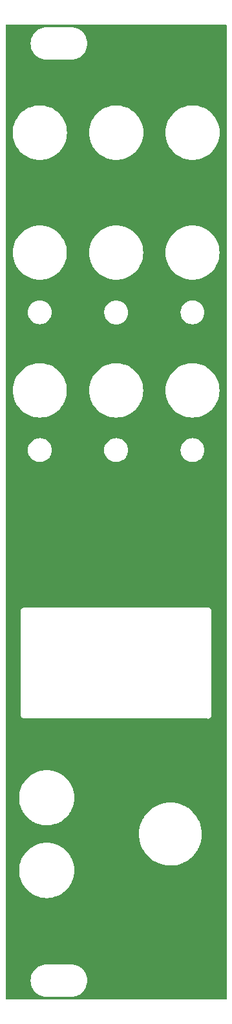
<source format=gbr>
%TF.GenerationSoftware,KiCad,Pcbnew,6.0.11-2627ca5db0~126~ubuntu22.04.1*%
%TF.CreationDate,2023-07-26T01:24:13+03:00*%
%TF.ProjectId,panel,70616e65-6c2e-46b6-9963-61645f706362,rev?*%
%TF.SameCoordinates,Original*%
%TF.FileFunction,Copper,L2,Bot*%
%TF.FilePolarity,Positive*%
%FSLAX46Y46*%
G04 Gerber Fmt 4.6, Leading zero omitted, Abs format (unit mm)*
G04 Created by KiCad (PCBNEW 6.0.11-2627ca5db0~126~ubuntu22.04.1) date 2023-07-26 01:24:13*
%MOMM*%
%LPD*%
G01*
G04 APERTURE LIST*
G04 APERTURE END LIST*
%TA.AperFunction,NonConductor*%
G36*
X89433621Y-32278502D02*
G01*
X89480114Y-32332158D01*
X89491500Y-32384500D01*
X89491500Y-159615500D01*
X89471498Y-159683621D01*
X89417842Y-159730114D01*
X89365500Y-159741500D01*
X60634500Y-159741500D01*
X60566379Y-159721498D01*
X60519886Y-159667842D01*
X60508500Y-159615500D01*
X60508500Y-157250000D01*
X63786976Y-157250000D01*
X63805053Y-157525805D01*
X63805855Y-157529838D01*
X63805856Y-157529844D01*
X63846968Y-157736523D01*
X63858976Y-157796891D01*
X63947820Y-158058619D01*
X63949643Y-158062315D01*
X63949646Y-158062323D01*
X64006698Y-158178012D01*
X64070068Y-158306512D01*
X64223625Y-158536328D01*
X64405866Y-158744134D01*
X64613672Y-158926375D01*
X64843488Y-159079932D01*
X64847189Y-159081757D01*
X65087677Y-159200354D01*
X65087685Y-159200357D01*
X65091381Y-159202180D01*
X65095295Y-159203509D01*
X65095296Y-159203509D01*
X65349196Y-159289696D01*
X65349200Y-159289697D01*
X65353109Y-159291024D01*
X65357153Y-159291828D01*
X65357159Y-159291830D01*
X65620156Y-159344144D01*
X65620162Y-159344145D01*
X65624195Y-159344947D01*
X65628300Y-159345216D01*
X65628307Y-159345217D01*
X65765896Y-159354234D01*
X65867697Y-159360907D01*
X65880352Y-159362382D01*
X65881904Y-159362643D01*
X65882656Y-159362770D01*
X65882658Y-159362770D01*
X65887448Y-159363576D01*
X65893724Y-159363653D01*
X65895140Y-159363670D01*
X65895143Y-159363670D01*
X65900000Y-159363729D01*
X65927624Y-159359773D01*
X65945486Y-159358500D01*
X69046750Y-159358500D01*
X69067655Y-159360246D01*
X69082656Y-159362770D01*
X69082659Y-159362770D01*
X69087448Y-159363576D01*
X69093687Y-159363652D01*
X69095140Y-159363670D01*
X69095143Y-159363670D01*
X69100000Y-159363729D01*
X69104819Y-159363039D01*
X69105338Y-159363005D01*
X69113905Y-159362113D01*
X69371693Y-159345217D01*
X69371700Y-159345216D01*
X69375805Y-159344947D01*
X69379838Y-159344145D01*
X69379844Y-159344144D01*
X69642841Y-159291830D01*
X69642847Y-159291828D01*
X69646891Y-159291024D01*
X69650800Y-159289697D01*
X69650804Y-159289696D01*
X69904704Y-159203509D01*
X69904705Y-159203509D01*
X69908619Y-159202180D01*
X69912315Y-159200357D01*
X69912323Y-159200354D01*
X70152811Y-159081757D01*
X70156512Y-159079932D01*
X70386328Y-158926375D01*
X70594134Y-158744134D01*
X70776375Y-158536328D01*
X70929932Y-158306512D01*
X70993302Y-158178012D01*
X71050354Y-158062323D01*
X71050357Y-158062315D01*
X71052180Y-158058619D01*
X71141024Y-157796891D01*
X71153032Y-157736523D01*
X71194144Y-157529844D01*
X71194145Y-157529838D01*
X71194947Y-157525805D01*
X71213024Y-157250000D01*
X71194947Y-156974195D01*
X71190393Y-156951297D01*
X71141830Y-156707159D01*
X71141828Y-156707153D01*
X71141024Y-156703109D01*
X71052180Y-156441381D01*
X71050357Y-156437685D01*
X71050354Y-156437677D01*
X70931757Y-156197189D01*
X70929932Y-156193488D01*
X70776375Y-155963672D01*
X70594134Y-155755866D01*
X70386328Y-155573625D01*
X70156512Y-155420068D01*
X70108143Y-155396215D01*
X69912323Y-155299646D01*
X69912315Y-155299643D01*
X69908619Y-155297820D01*
X69904704Y-155296491D01*
X69650804Y-155210304D01*
X69650800Y-155210303D01*
X69646891Y-155208976D01*
X69642847Y-155208172D01*
X69642841Y-155208170D01*
X69379844Y-155155856D01*
X69379838Y-155155855D01*
X69375805Y-155155053D01*
X69371700Y-155154784D01*
X69371693Y-155154783D01*
X69234104Y-155145766D01*
X69132303Y-155139093D01*
X69119648Y-155137618D01*
X69118096Y-155137357D01*
X69117344Y-155137230D01*
X69117342Y-155137230D01*
X69112552Y-155136424D01*
X69106276Y-155136348D01*
X69104860Y-155136330D01*
X69104857Y-155136330D01*
X69100000Y-155136271D01*
X69080288Y-155139094D01*
X69072376Y-155140227D01*
X69054514Y-155141500D01*
X65953250Y-155141500D01*
X65932345Y-155139754D01*
X65917344Y-155137230D01*
X65917341Y-155137230D01*
X65912552Y-155136424D01*
X65906313Y-155136348D01*
X65904860Y-155136330D01*
X65904857Y-155136330D01*
X65900000Y-155136271D01*
X65895181Y-155136961D01*
X65894662Y-155136995D01*
X65886095Y-155137887D01*
X65628307Y-155154783D01*
X65628300Y-155154784D01*
X65624195Y-155155053D01*
X65620162Y-155155855D01*
X65620156Y-155155856D01*
X65357159Y-155208170D01*
X65357153Y-155208172D01*
X65353109Y-155208976D01*
X65349200Y-155210303D01*
X65349196Y-155210304D01*
X65095296Y-155296491D01*
X65091381Y-155297820D01*
X65087685Y-155299643D01*
X65087677Y-155299646D01*
X64891857Y-155396215D01*
X64843488Y-155420068D01*
X64613672Y-155573625D01*
X64405866Y-155755866D01*
X64223625Y-155963672D01*
X64070068Y-156193488D01*
X64068243Y-156197189D01*
X63949646Y-156437677D01*
X63949643Y-156437685D01*
X63947820Y-156441381D01*
X63858976Y-156703109D01*
X63858172Y-156707153D01*
X63858170Y-156707159D01*
X63809608Y-156951297D01*
X63805053Y-156974195D01*
X63786976Y-157250000D01*
X60508500Y-157250000D01*
X60508500Y-142850000D01*
X62286548Y-142850000D01*
X62306343Y-143227709D01*
X62365511Y-143601279D01*
X62463403Y-143966618D01*
X62598947Y-144319723D01*
X62600445Y-144322663D01*
X62743857Y-144604124D01*
X62770659Y-144656726D01*
X62976656Y-144973934D01*
X63214682Y-145267871D01*
X63482129Y-145535318D01*
X63776066Y-145773344D01*
X64093274Y-145979341D01*
X64096208Y-145980836D01*
X64096215Y-145980840D01*
X64427337Y-146149555D01*
X64430277Y-146151053D01*
X64783382Y-146286597D01*
X65148721Y-146384489D01*
X65347158Y-146415918D01*
X65519043Y-146443143D01*
X65519051Y-146443144D01*
X65522291Y-146443657D01*
X65900000Y-146463452D01*
X66277709Y-146443657D01*
X66280949Y-146443144D01*
X66280957Y-146443143D01*
X66452842Y-146415918D01*
X66651279Y-146384489D01*
X67016618Y-146286597D01*
X67369723Y-146151053D01*
X67372663Y-146149555D01*
X67703785Y-145980840D01*
X67703792Y-145980836D01*
X67706726Y-145979341D01*
X68023934Y-145773344D01*
X68317871Y-145535318D01*
X68585318Y-145267871D01*
X68823344Y-144973934D01*
X69029341Y-144656726D01*
X69056144Y-144604124D01*
X69199555Y-144322663D01*
X69201053Y-144319723D01*
X69336597Y-143966618D01*
X69434489Y-143601279D01*
X69493657Y-143227709D01*
X69513452Y-142850000D01*
X69493657Y-142472291D01*
X69434489Y-142098721D01*
X69336597Y-141733382D01*
X69201053Y-141380277D01*
X69104521Y-141190822D01*
X69030840Y-141046215D01*
X69030836Y-141046208D01*
X69029341Y-141043274D01*
X68972097Y-140955125D01*
X68825146Y-140728841D01*
X68823344Y-140726066D01*
X68585318Y-140432129D01*
X68317871Y-140164682D01*
X68023934Y-139926656D01*
X67791688Y-139775834D01*
X67709495Y-139722457D01*
X67709492Y-139722455D01*
X67706726Y-139720659D01*
X67703792Y-139719164D01*
X67703785Y-139719160D01*
X67372663Y-139550445D01*
X67369723Y-139548947D01*
X67016618Y-139413403D01*
X66651279Y-139315511D01*
X66452842Y-139284082D01*
X66280957Y-139256857D01*
X66280949Y-139256856D01*
X66277709Y-139256343D01*
X65900000Y-139236548D01*
X65522291Y-139256343D01*
X65519051Y-139256856D01*
X65519043Y-139256857D01*
X65347158Y-139284082D01*
X65148721Y-139315511D01*
X64783382Y-139413403D01*
X64430277Y-139548947D01*
X64427337Y-139550445D01*
X64096215Y-139719160D01*
X64096208Y-139719164D01*
X64093274Y-139720659D01*
X64090508Y-139722455D01*
X64090505Y-139722457D01*
X64008312Y-139775834D01*
X63776066Y-139926656D01*
X63482129Y-140164682D01*
X63214682Y-140432129D01*
X62976656Y-140726066D01*
X62974854Y-140728841D01*
X62827904Y-140955125D01*
X62770659Y-141043274D01*
X62769164Y-141046208D01*
X62769160Y-141046215D01*
X62695479Y-141190822D01*
X62598947Y-141380277D01*
X62463403Y-141733382D01*
X62365511Y-142098721D01*
X62306343Y-142472291D01*
X62287970Y-142822862D01*
X62286548Y-142850000D01*
X60508500Y-142850000D01*
X60508500Y-138042567D01*
X77986946Y-138042567D01*
X77987054Y-138045657D01*
X77987444Y-138056836D01*
X77992894Y-138212896D01*
X78000971Y-138444205D01*
X78001377Y-138447249D01*
X78001378Y-138447259D01*
X78040807Y-138742759D01*
X78054123Y-138842557D01*
X78054823Y-138845541D01*
X78054824Y-138845547D01*
X78093708Y-139011330D01*
X78145893Y-139233822D01*
X78275406Y-139614264D01*
X78441426Y-139980252D01*
X78642367Y-140328292D01*
X78644156Y-140330790D01*
X78644158Y-140330794D01*
X78744628Y-140471128D01*
X78876312Y-140655063D01*
X78878339Y-140657378D01*
X78878341Y-140657381D01*
X79104201Y-140915379D01*
X79141028Y-140957446D01*
X79433988Y-141232554D01*
X79752395Y-141477760D01*
X79754998Y-141479387D01*
X79755003Y-141479390D01*
X79877408Y-141555877D01*
X80093211Y-141690726D01*
X80453182Y-141869417D01*
X80828872Y-142012128D01*
X81216696Y-142117497D01*
X81219739Y-142118012D01*
X81219745Y-142118013D01*
X81609910Y-142184005D01*
X81609917Y-142184006D01*
X81612951Y-142184519D01*
X81616022Y-142184734D01*
X81616024Y-142184734D01*
X82010788Y-142212339D01*
X82010796Y-142212339D01*
X82013854Y-142212553D01*
X82271972Y-142205343D01*
X82412506Y-142201418D01*
X82412509Y-142201418D01*
X82415580Y-142201332D01*
X82418633Y-142200946D01*
X82418637Y-142200946D01*
X82563780Y-142182610D01*
X82814294Y-142150962D01*
X82817298Y-142150280D01*
X82817301Y-142150279D01*
X83203194Y-142062607D01*
X83203200Y-142062605D01*
X83206190Y-142061926D01*
X83359189Y-142011030D01*
X83584602Y-141936045D01*
X83584608Y-141936043D01*
X83587526Y-141935072D01*
X83646907Y-141908634D01*
X83951864Y-141772859D01*
X83951870Y-141772856D01*
X83954664Y-141771612D01*
X84021961Y-141733382D01*
X84301426Y-141574624D01*
X84301434Y-141574619D01*
X84304099Y-141573105D01*
X84439260Y-141477760D01*
X84629965Y-141343233D01*
X84629973Y-141343227D01*
X84632496Y-141341447D01*
X84758650Y-141232554D01*
X84934381Y-141080866D01*
X84936719Y-141078848D01*
X84938840Y-141076621D01*
X84938846Y-141076615D01*
X85211748Y-140790039D01*
X85213865Y-140787816D01*
X85259942Y-140728841D01*
X85459379Y-140473573D01*
X85459381Y-140473570D01*
X85461289Y-140471128D01*
X85462945Y-140468518D01*
X85462951Y-140468510D01*
X85674974Y-140134415D01*
X85674978Y-140134408D01*
X85676628Y-140131808D01*
X85699173Y-140087178D01*
X85781168Y-139924854D01*
X85857828Y-139773093D01*
X85858935Y-139770239D01*
X85858939Y-139770230D01*
X86002044Y-139401284D01*
X86002047Y-139401274D01*
X86003159Y-139398408D01*
X86111233Y-139011330D01*
X86181019Y-138615553D01*
X86211851Y-138214854D01*
X86213455Y-138100000D01*
X86193823Y-137698597D01*
X86135115Y-137301026D01*
X86037891Y-136911081D01*
X86019414Y-136859190D01*
X85904111Y-136535383D01*
X85903079Y-136532484D01*
X85731965Y-136168850D01*
X85526184Y-135823649D01*
X85287699Y-135500176D01*
X85285643Y-135497893D01*
X85285636Y-135497884D01*
X85020856Y-135203816D01*
X85020848Y-135203808D01*
X85018787Y-135201519D01*
X84722015Y-134930528D01*
X84400215Y-134689791D01*
X84347735Y-134658008D01*
X84059087Y-134483196D01*
X84059078Y-134483191D01*
X84056459Y-134481605D01*
X83694028Y-134307957D01*
X83637450Y-134287364D01*
X83319278Y-134171559D01*
X83319277Y-134171559D01*
X83316382Y-134170505D01*
X83034063Y-134098018D01*
X82930109Y-134071327D01*
X82930106Y-134071326D01*
X82927125Y-134070561D01*
X82529973Y-134009079D01*
X82526916Y-134008908D01*
X82526915Y-134008908D01*
X82497383Y-134007257D01*
X82128717Y-133986645D01*
X82125639Y-133986774D01*
X82125635Y-133986774D01*
X81864918Y-133997701D01*
X81727187Y-134003474D01*
X81329215Y-134059406D01*
X80938601Y-134153905D01*
X80559073Y-134286071D01*
X80194253Y-134454641D01*
X79847623Y-134658008D01*
X79522493Y-134894228D01*
X79520203Y-134896261D01*
X79520197Y-134896266D01*
X79226835Y-135156726D01*
X79221966Y-135161049D01*
X78948911Y-135455922D01*
X78705933Y-135776034D01*
X78704322Y-135778652D01*
X78704319Y-135778657D01*
X78635077Y-135891208D01*
X78495352Y-136118328D01*
X78319178Y-136479538D01*
X78318107Y-136482419D01*
X78318104Y-136482425D01*
X78298409Y-136535383D01*
X78179093Y-136856215D01*
X78076434Y-137244765D01*
X78012180Y-137641478D01*
X78011987Y-137644551D01*
X78011986Y-137644557D01*
X78005013Y-137755394D01*
X77986946Y-138042567D01*
X60508500Y-138042567D01*
X60508500Y-133350000D01*
X62286548Y-133350000D01*
X62306343Y-133727709D01*
X62365511Y-134101279D01*
X62463403Y-134466618D01*
X62598947Y-134819723D01*
X62600445Y-134822663D01*
X62743857Y-135104124D01*
X62770659Y-135156726D01*
X62772455Y-135159492D01*
X62772457Y-135159495D01*
X62842112Y-135266754D01*
X62976656Y-135473934D01*
X63214682Y-135767871D01*
X63482129Y-136035318D01*
X63776066Y-136273344D01*
X64093274Y-136479341D01*
X64096208Y-136480836D01*
X64096215Y-136480840D01*
X64203262Y-136535383D01*
X64430277Y-136651053D01*
X64783382Y-136786597D01*
X65148721Y-136884489D01*
X65335569Y-136914083D01*
X65519043Y-136943143D01*
X65519051Y-136943144D01*
X65522291Y-136943657D01*
X65900000Y-136963452D01*
X66277709Y-136943657D01*
X66280949Y-136943144D01*
X66280957Y-136943143D01*
X66464431Y-136914083D01*
X66651279Y-136884489D01*
X67016618Y-136786597D01*
X67369723Y-136651053D01*
X67596738Y-136535383D01*
X67703785Y-136480840D01*
X67703792Y-136480836D01*
X67706726Y-136479341D01*
X68023934Y-136273344D01*
X68317871Y-136035318D01*
X68585318Y-135767871D01*
X68823344Y-135473934D01*
X68957888Y-135266754D01*
X69027543Y-135159495D01*
X69027545Y-135159492D01*
X69029341Y-135156726D01*
X69056144Y-135104124D01*
X69199555Y-134822663D01*
X69201053Y-134819723D01*
X69336597Y-134466618D01*
X69434489Y-134101279D01*
X69493657Y-133727709D01*
X69513452Y-133350000D01*
X69493657Y-132972291D01*
X69434489Y-132598721D01*
X69336597Y-132233382D01*
X69201053Y-131880277D01*
X69190657Y-131859874D01*
X69030840Y-131546215D01*
X69030836Y-131546208D01*
X69029341Y-131543274D01*
X68823344Y-131226066D01*
X68585318Y-130932129D01*
X68317871Y-130664682D01*
X68023934Y-130426656D01*
X67706726Y-130220659D01*
X67703792Y-130219164D01*
X67703785Y-130219160D01*
X67372663Y-130050445D01*
X67369723Y-130048947D01*
X67016618Y-129913403D01*
X66651279Y-129815511D01*
X66452842Y-129784082D01*
X66280957Y-129756857D01*
X66280949Y-129756856D01*
X66277709Y-129756343D01*
X65900000Y-129736548D01*
X65522291Y-129756343D01*
X65519051Y-129756856D01*
X65519043Y-129756857D01*
X65347158Y-129784082D01*
X65148721Y-129815511D01*
X64783382Y-129913403D01*
X64430277Y-130048947D01*
X64427337Y-130050445D01*
X64096215Y-130219160D01*
X64096208Y-130219164D01*
X64093274Y-130220659D01*
X63776066Y-130426656D01*
X63482129Y-130664682D01*
X63214682Y-130932129D01*
X62976656Y-131226066D01*
X62770659Y-131543274D01*
X62769164Y-131546208D01*
X62769160Y-131546215D01*
X62609343Y-131859874D01*
X62598947Y-131880277D01*
X62463403Y-132233382D01*
X62365511Y-132598721D01*
X62306343Y-132972291D01*
X62287970Y-133322862D01*
X62286548Y-133350000D01*
X60508500Y-133350000D01*
X60508500Y-122569721D01*
X62491024Y-122569721D01*
X62493491Y-122578352D01*
X62499150Y-122598153D01*
X62502728Y-122614915D01*
X62506920Y-122644187D01*
X62510634Y-122652355D01*
X62510634Y-122652356D01*
X62517548Y-122667562D01*
X62523996Y-122685086D01*
X62531051Y-122709771D01*
X62535843Y-122717365D01*
X62535844Y-122717368D01*
X62546830Y-122734780D01*
X62554969Y-122749863D01*
X62567208Y-122776782D01*
X62573069Y-122783584D01*
X62583970Y-122796235D01*
X62595073Y-122811239D01*
X62608776Y-122832958D01*
X62615501Y-122838897D01*
X62615504Y-122838901D01*
X62630938Y-122852532D01*
X62642982Y-122864724D01*
X62656427Y-122880327D01*
X62656430Y-122880329D01*
X62662287Y-122887127D01*
X62669816Y-122892007D01*
X62669817Y-122892008D01*
X62683835Y-122901094D01*
X62698709Y-122912385D01*
X62711217Y-122923431D01*
X62717951Y-122929378D01*
X62744711Y-122941942D01*
X62759691Y-122950263D01*
X62776983Y-122961471D01*
X62776988Y-122961473D01*
X62784515Y-122966352D01*
X62793108Y-122968922D01*
X62793113Y-122968924D01*
X62809120Y-122973711D01*
X62826564Y-122980372D01*
X62841676Y-122987467D01*
X62841678Y-122987468D01*
X62849800Y-122991281D01*
X62858667Y-122992662D01*
X62858668Y-122992662D01*
X62861353Y-122993080D01*
X62879017Y-122995830D01*
X62895732Y-122999613D01*
X62915466Y-123005515D01*
X62915472Y-123005516D01*
X62924066Y-123008086D01*
X62933037Y-123008141D01*
X62933038Y-123008141D01*
X62943097Y-123008202D01*
X62958506Y-123008296D01*
X62959289Y-123008329D01*
X62960386Y-123008500D01*
X62991377Y-123008500D01*
X62992147Y-123008502D01*
X63065785Y-123008952D01*
X63065786Y-123008952D01*
X63069721Y-123008976D01*
X63071065Y-123008592D01*
X63072410Y-123008500D01*
X86991377Y-123008500D01*
X86992148Y-123008502D01*
X87069721Y-123008976D01*
X87098152Y-123000850D01*
X87114915Y-122997272D01*
X87115753Y-122997152D01*
X87144187Y-122993080D01*
X87167564Y-122982451D01*
X87185087Y-122976004D01*
X87209771Y-122968949D01*
X87217365Y-122964157D01*
X87217368Y-122964156D01*
X87234780Y-122953170D01*
X87249865Y-122945030D01*
X87276782Y-122932792D01*
X87296235Y-122916030D01*
X87311239Y-122904927D01*
X87332958Y-122891224D01*
X87338897Y-122884499D01*
X87338901Y-122884496D01*
X87352532Y-122869062D01*
X87364724Y-122857018D01*
X87380327Y-122843573D01*
X87380329Y-122843570D01*
X87387127Y-122837713D01*
X87401094Y-122816165D01*
X87412385Y-122801291D01*
X87423431Y-122788783D01*
X87423432Y-122788782D01*
X87429378Y-122782049D01*
X87441943Y-122755287D01*
X87450263Y-122740309D01*
X87461471Y-122723017D01*
X87461473Y-122723012D01*
X87466352Y-122715485D01*
X87468922Y-122706892D01*
X87468924Y-122706887D01*
X87473711Y-122690880D01*
X87480372Y-122673436D01*
X87487467Y-122658324D01*
X87487468Y-122658322D01*
X87491281Y-122650200D01*
X87495830Y-122620983D01*
X87499613Y-122604268D01*
X87505515Y-122584534D01*
X87505516Y-122584528D01*
X87508086Y-122575934D01*
X87508296Y-122541494D01*
X87508329Y-122540711D01*
X87508500Y-122539614D01*
X87508500Y-122508623D01*
X87508502Y-122507853D01*
X87508952Y-122434215D01*
X87508952Y-122434214D01*
X87508976Y-122430279D01*
X87508592Y-122428935D01*
X87508500Y-122427590D01*
X87508500Y-109008623D01*
X87508502Y-109007853D01*
X87508800Y-108959102D01*
X87508976Y-108930279D01*
X87500850Y-108901847D01*
X87497272Y-108885085D01*
X87494352Y-108864698D01*
X87493080Y-108855813D01*
X87482451Y-108832436D01*
X87476004Y-108814913D01*
X87471416Y-108798862D01*
X87468949Y-108790229D01*
X87464156Y-108782632D01*
X87453170Y-108765220D01*
X87445030Y-108750135D01*
X87442564Y-108744711D01*
X87432792Y-108723218D01*
X87416030Y-108703765D01*
X87404927Y-108688761D01*
X87391224Y-108667042D01*
X87384499Y-108661103D01*
X87384496Y-108661099D01*
X87369062Y-108647468D01*
X87357018Y-108635276D01*
X87343573Y-108619673D01*
X87343570Y-108619671D01*
X87337713Y-108612873D01*
X87324009Y-108603990D01*
X87316165Y-108598906D01*
X87301291Y-108587615D01*
X87288783Y-108576569D01*
X87288782Y-108576568D01*
X87282049Y-108570622D01*
X87255287Y-108558057D01*
X87240309Y-108549737D01*
X87223017Y-108538529D01*
X87223012Y-108538527D01*
X87215485Y-108533648D01*
X87206892Y-108531078D01*
X87206887Y-108531076D01*
X87190880Y-108526289D01*
X87173436Y-108519628D01*
X87158324Y-108512533D01*
X87158322Y-108512532D01*
X87150200Y-108508719D01*
X87141333Y-108507338D01*
X87141332Y-108507338D01*
X87130478Y-108505648D01*
X87120983Y-108504170D01*
X87104268Y-108500387D01*
X87084534Y-108494485D01*
X87084528Y-108494484D01*
X87075934Y-108491914D01*
X87066963Y-108491859D01*
X87066962Y-108491859D01*
X87056903Y-108491798D01*
X87041494Y-108491704D01*
X87040711Y-108491671D01*
X87039614Y-108491500D01*
X87008623Y-108491500D01*
X87007853Y-108491498D01*
X86934215Y-108491048D01*
X86934214Y-108491048D01*
X86930279Y-108491024D01*
X86928935Y-108491408D01*
X86927590Y-108491500D01*
X63008623Y-108491500D01*
X63007853Y-108491498D01*
X63007037Y-108491493D01*
X62930279Y-108491024D01*
X62907918Y-108497415D01*
X62901847Y-108499150D01*
X62885085Y-108502728D01*
X62855813Y-108506920D01*
X62847645Y-108510634D01*
X62847644Y-108510634D01*
X62832438Y-108517548D01*
X62814914Y-108523996D01*
X62790229Y-108531051D01*
X62782635Y-108535843D01*
X62782632Y-108535844D01*
X62765220Y-108546830D01*
X62750137Y-108554969D01*
X62723218Y-108567208D01*
X62716416Y-108573069D01*
X62703765Y-108583970D01*
X62688761Y-108595073D01*
X62667042Y-108608776D01*
X62661103Y-108615501D01*
X62661099Y-108615504D01*
X62647468Y-108630938D01*
X62635276Y-108642982D01*
X62619673Y-108656427D01*
X62619671Y-108656430D01*
X62612873Y-108662287D01*
X62607993Y-108669816D01*
X62607992Y-108669817D01*
X62598906Y-108683835D01*
X62587615Y-108698709D01*
X62576569Y-108711217D01*
X62570622Y-108717951D01*
X62564312Y-108731391D01*
X62558058Y-108744711D01*
X62549737Y-108759691D01*
X62538529Y-108776983D01*
X62538527Y-108776988D01*
X62533648Y-108784515D01*
X62531078Y-108793108D01*
X62531076Y-108793113D01*
X62526289Y-108809120D01*
X62519628Y-108826564D01*
X62512533Y-108841676D01*
X62508719Y-108849800D01*
X62507338Y-108858667D01*
X62507338Y-108858668D01*
X62504170Y-108879015D01*
X62500387Y-108895732D01*
X62494485Y-108915466D01*
X62494484Y-108915472D01*
X62491914Y-108924066D01*
X62491859Y-108933037D01*
X62491859Y-108933038D01*
X62491704Y-108958497D01*
X62491671Y-108959289D01*
X62491500Y-108960386D01*
X62491500Y-108991377D01*
X62491498Y-108992147D01*
X62491024Y-109069721D01*
X62491408Y-109071065D01*
X62491500Y-109072410D01*
X62491500Y-122491377D01*
X62491498Y-122492147D01*
X62491024Y-122569721D01*
X60508500Y-122569721D01*
X60508500Y-87900000D01*
X63436681Y-87900000D01*
X63455928Y-88144557D01*
X63513195Y-88383092D01*
X63515088Y-88387663D01*
X63515089Y-88387665D01*
X63547136Y-88465033D01*
X63607073Y-88609732D01*
X63735248Y-88818896D01*
X63894567Y-89005433D01*
X64081104Y-89164752D01*
X64085327Y-89167340D01*
X64085330Y-89167342D01*
X64154515Y-89209738D01*
X64290268Y-89292927D01*
X64434967Y-89352864D01*
X64512335Y-89384911D01*
X64512337Y-89384912D01*
X64516908Y-89386805D01*
X64599563Y-89406649D01*
X64750630Y-89442917D01*
X64750636Y-89442918D01*
X64755443Y-89444072D01*
X65000000Y-89463319D01*
X65244557Y-89444072D01*
X65249364Y-89442918D01*
X65249370Y-89442917D01*
X65400437Y-89406649D01*
X65483092Y-89386805D01*
X65487663Y-89384912D01*
X65487665Y-89384911D01*
X65565033Y-89352864D01*
X65709732Y-89292927D01*
X65845485Y-89209738D01*
X65914670Y-89167342D01*
X65914673Y-89167340D01*
X65918896Y-89164752D01*
X66105433Y-89005433D01*
X66264752Y-88818896D01*
X66392927Y-88609732D01*
X66452864Y-88465033D01*
X66484911Y-88387665D01*
X66484912Y-88387663D01*
X66486805Y-88383092D01*
X66544072Y-88144557D01*
X66563319Y-87900000D01*
X73436681Y-87900000D01*
X73455928Y-88144557D01*
X73513195Y-88383092D01*
X73515088Y-88387663D01*
X73515089Y-88387665D01*
X73547136Y-88465033D01*
X73607073Y-88609732D01*
X73735248Y-88818896D01*
X73894567Y-89005433D01*
X74081104Y-89164752D01*
X74085327Y-89167340D01*
X74085330Y-89167342D01*
X74154515Y-89209738D01*
X74290268Y-89292927D01*
X74434967Y-89352864D01*
X74512335Y-89384911D01*
X74512337Y-89384912D01*
X74516908Y-89386805D01*
X74599563Y-89406649D01*
X74750630Y-89442917D01*
X74750636Y-89442918D01*
X74755443Y-89444072D01*
X75000000Y-89463319D01*
X75244557Y-89444072D01*
X75249364Y-89442918D01*
X75249370Y-89442917D01*
X75400437Y-89406649D01*
X75483092Y-89386805D01*
X75487663Y-89384912D01*
X75487665Y-89384911D01*
X75565033Y-89352864D01*
X75709732Y-89292927D01*
X75845485Y-89209738D01*
X75914670Y-89167342D01*
X75914673Y-89167340D01*
X75918896Y-89164752D01*
X76105433Y-89005433D01*
X76264752Y-88818896D01*
X76392927Y-88609732D01*
X76452864Y-88465033D01*
X76484911Y-88387665D01*
X76484912Y-88387663D01*
X76486805Y-88383092D01*
X76544072Y-88144557D01*
X76563319Y-87900000D01*
X83436681Y-87900000D01*
X83455928Y-88144557D01*
X83513195Y-88383092D01*
X83515088Y-88387663D01*
X83515089Y-88387665D01*
X83547136Y-88465033D01*
X83607073Y-88609732D01*
X83735248Y-88818896D01*
X83894567Y-89005433D01*
X84081104Y-89164752D01*
X84085327Y-89167340D01*
X84085330Y-89167342D01*
X84154515Y-89209738D01*
X84290268Y-89292927D01*
X84434967Y-89352864D01*
X84512335Y-89384911D01*
X84512337Y-89384912D01*
X84516908Y-89386805D01*
X84599563Y-89406649D01*
X84750630Y-89442917D01*
X84750636Y-89442918D01*
X84755443Y-89444072D01*
X85000000Y-89463319D01*
X85244557Y-89444072D01*
X85249364Y-89442918D01*
X85249370Y-89442917D01*
X85400437Y-89406649D01*
X85483092Y-89386805D01*
X85487663Y-89384912D01*
X85487665Y-89384911D01*
X85565033Y-89352864D01*
X85709732Y-89292927D01*
X85845485Y-89209738D01*
X85914670Y-89167342D01*
X85914673Y-89167340D01*
X85918896Y-89164752D01*
X86105433Y-89005433D01*
X86264752Y-88818896D01*
X86392927Y-88609732D01*
X86452864Y-88465033D01*
X86484911Y-88387665D01*
X86484912Y-88387663D01*
X86486805Y-88383092D01*
X86544072Y-88144557D01*
X86563319Y-87900000D01*
X86544072Y-87655443D01*
X86486805Y-87416908D01*
X86462612Y-87358500D01*
X86394820Y-87194839D01*
X86392927Y-87190268D01*
X86264752Y-86981104D01*
X86105433Y-86794567D01*
X85918896Y-86635248D01*
X85914673Y-86632660D01*
X85914670Y-86632658D01*
X85845485Y-86590262D01*
X85709732Y-86507073D01*
X85565033Y-86447136D01*
X85487665Y-86415089D01*
X85487663Y-86415088D01*
X85483092Y-86413195D01*
X85400437Y-86393351D01*
X85249370Y-86357083D01*
X85249364Y-86357082D01*
X85244557Y-86355928D01*
X85000000Y-86336681D01*
X84755443Y-86355928D01*
X84750636Y-86357082D01*
X84750630Y-86357083D01*
X84599563Y-86393351D01*
X84516908Y-86413195D01*
X84512337Y-86415088D01*
X84512335Y-86415089D01*
X84434967Y-86447136D01*
X84290268Y-86507073D01*
X84154515Y-86590262D01*
X84085330Y-86632658D01*
X84085327Y-86632660D01*
X84081104Y-86635248D01*
X83894567Y-86794567D01*
X83735248Y-86981104D01*
X83607073Y-87190268D01*
X83605180Y-87194839D01*
X83537389Y-87358500D01*
X83513195Y-87416908D01*
X83455928Y-87655443D01*
X83436681Y-87900000D01*
X76563319Y-87900000D01*
X76544072Y-87655443D01*
X76486805Y-87416908D01*
X76462612Y-87358500D01*
X76394820Y-87194839D01*
X76392927Y-87190268D01*
X76264752Y-86981104D01*
X76105433Y-86794567D01*
X75918896Y-86635248D01*
X75914673Y-86632660D01*
X75914670Y-86632658D01*
X75845485Y-86590262D01*
X75709732Y-86507073D01*
X75565033Y-86447136D01*
X75487665Y-86415089D01*
X75487663Y-86415088D01*
X75483092Y-86413195D01*
X75400437Y-86393351D01*
X75249370Y-86357083D01*
X75249364Y-86357082D01*
X75244557Y-86355928D01*
X75000000Y-86336681D01*
X74755443Y-86355928D01*
X74750636Y-86357082D01*
X74750630Y-86357083D01*
X74599563Y-86393351D01*
X74516908Y-86413195D01*
X74512337Y-86415088D01*
X74512335Y-86415089D01*
X74434967Y-86447136D01*
X74290268Y-86507073D01*
X74154515Y-86590262D01*
X74085330Y-86632658D01*
X74085327Y-86632660D01*
X74081104Y-86635248D01*
X73894567Y-86794567D01*
X73735248Y-86981104D01*
X73607073Y-87190268D01*
X73605180Y-87194839D01*
X73537389Y-87358500D01*
X73513195Y-87416908D01*
X73455928Y-87655443D01*
X73436681Y-87900000D01*
X66563319Y-87900000D01*
X66544072Y-87655443D01*
X66486805Y-87416908D01*
X66462612Y-87358500D01*
X66394820Y-87194839D01*
X66392927Y-87190268D01*
X66264752Y-86981104D01*
X66105433Y-86794567D01*
X65918896Y-86635248D01*
X65914673Y-86632660D01*
X65914670Y-86632658D01*
X65845485Y-86590262D01*
X65709732Y-86507073D01*
X65565033Y-86447136D01*
X65487665Y-86415089D01*
X65487663Y-86415088D01*
X65483092Y-86413195D01*
X65400437Y-86393351D01*
X65249370Y-86357083D01*
X65249364Y-86357082D01*
X65244557Y-86355928D01*
X65000000Y-86336681D01*
X64755443Y-86355928D01*
X64750636Y-86357082D01*
X64750630Y-86357083D01*
X64599563Y-86393351D01*
X64516908Y-86413195D01*
X64512337Y-86415088D01*
X64512335Y-86415089D01*
X64434967Y-86447136D01*
X64290268Y-86507073D01*
X64154515Y-86590262D01*
X64085330Y-86632658D01*
X64085327Y-86632660D01*
X64081104Y-86635248D01*
X63894567Y-86794567D01*
X63735248Y-86981104D01*
X63607073Y-87190268D01*
X63605180Y-87194839D01*
X63537389Y-87358500D01*
X63513195Y-87416908D01*
X63455928Y-87655443D01*
X63436681Y-87900000D01*
X60508500Y-87900000D01*
X60508500Y-80100000D01*
X61456644Y-80100000D01*
X61476055Y-80470382D01*
X61534075Y-80836705D01*
X61630068Y-81194957D01*
X61762983Y-81541213D01*
X61764481Y-81544153D01*
X61908134Y-81826086D01*
X61931364Y-81871678D01*
X62133365Y-82182732D01*
X62366773Y-82470968D01*
X62629032Y-82733227D01*
X62917268Y-82966635D01*
X63228322Y-83168636D01*
X63231254Y-83170130D01*
X63231261Y-83170134D01*
X63555847Y-83335519D01*
X63558787Y-83337017D01*
X63905043Y-83469932D01*
X64263295Y-83565925D01*
X64457917Y-83596750D01*
X64626370Y-83623431D01*
X64626378Y-83623432D01*
X64629618Y-83623945D01*
X65000000Y-83643356D01*
X65370382Y-83623945D01*
X65373622Y-83623432D01*
X65373630Y-83623431D01*
X65542083Y-83596750D01*
X65736705Y-83565925D01*
X66094957Y-83469932D01*
X66441213Y-83337017D01*
X66444153Y-83335519D01*
X66768739Y-83170134D01*
X66768746Y-83170130D01*
X66771678Y-83168636D01*
X67082732Y-82966635D01*
X67370968Y-82733227D01*
X67633227Y-82470968D01*
X67866635Y-82182732D01*
X68068636Y-81871678D01*
X68091867Y-81826086D01*
X68235519Y-81544153D01*
X68237017Y-81541213D01*
X68369932Y-81194957D01*
X68465925Y-80836705D01*
X68523945Y-80470382D01*
X68543356Y-80100000D01*
X71456644Y-80100000D01*
X71476055Y-80470382D01*
X71534075Y-80836705D01*
X71630068Y-81194957D01*
X71762983Y-81541213D01*
X71764481Y-81544153D01*
X71908134Y-81826086D01*
X71931364Y-81871678D01*
X72133365Y-82182732D01*
X72366773Y-82470968D01*
X72629032Y-82733227D01*
X72917268Y-82966635D01*
X73228322Y-83168636D01*
X73231254Y-83170130D01*
X73231261Y-83170134D01*
X73555847Y-83335519D01*
X73558787Y-83337017D01*
X73905043Y-83469932D01*
X74263295Y-83565925D01*
X74457917Y-83596750D01*
X74626370Y-83623431D01*
X74626378Y-83623432D01*
X74629618Y-83623945D01*
X75000000Y-83643356D01*
X75370382Y-83623945D01*
X75373622Y-83623432D01*
X75373630Y-83623431D01*
X75542083Y-83596750D01*
X75736705Y-83565925D01*
X76094957Y-83469932D01*
X76441213Y-83337017D01*
X76444153Y-83335519D01*
X76768739Y-83170134D01*
X76768746Y-83170130D01*
X76771678Y-83168636D01*
X77082732Y-82966635D01*
X77370968Y-82733227D01*
X77633227Y-82470968D01*
X77866635Y-82182732D01*
X78068636Y-81871678D01*
X78091867Y-81826086D01*
X78235519Y-81544153D01*
X78237017Y-81541213D01*
X78369932Y-81194957D01*
X78465925Y-80836705D01*
X78523945Y-80470382D01*
X78543356Y-80100000D01*
X81456644Y-80100000D01*
X81476055Y-80470382D01*
X81534075Y-80836705D01*
X81630068Y-81194957D01*
X81762983Y-81541213D01*
X81764481Y-81544153D01*
X81908134Y-81826086D01*
X81931364Y-81871678D01*
X82133365Y-82182732D01*
X82366773Y-82470968D01*
X82629032Y-82733227D01*
X82917268Y-82966635D01*
X83228322Y-83168636D01*
X83231254Y-83170130D01*
X83231261Y-83170134D01*
X83555847Y-83335519D01*
X83558787Y-83337017D01*
X83905043Y-83469932D01*
X84263295Y-83565925D01*
X84457917Y-83596750D01*
X84626370Y-83623431D01*
X84626378Y-83623432D01*
X84629618Y-83623945D01*
X85000000Y-83643356D01*
X85370382Y-83623945D01*
X85373622Y-83623432D01*
X85373630Y-83623431D01*
X85542083Y-83596750D01*
X85736705Y-83565925D01*
X86094957Y-83469932D01*
X86441213Y-83337017D01*
X86444153Y-83335519D01*
X86768739Y-83170134D01*
X86768746Y-83170130D01*
X86771678Y-83168636D01*
X87082732Y-82966635D01*
X87370968Y-82733227D01*
X87633227Y-82470968D01*
X87866635Y-82182732D01*
X88068636Y-81871678D01*
X88091867Y-81826086D01*
X88235519Y-81544153D01*
X88237017Y-81541213D01*
X88369932Y-81194957D01*
X88465925Y-80836705D01*
X88523945Y-80470382D01*
X88543356Y-80100000D01*
X88523945Y-79729618D01*
X88465925Y-79363295D01*
X88369932Y-79005043D01*
X88237017Y-78658787D01*
X88235519Y-78655847D01*
X88070134Y-78331261D01*
X88070130Y-78331254D01*
X88068636Y-78328322D01*
X87866635Y-78017268D01*
X87633227Y-77729032D01*
X87370968Y-77466773D01*
X87082732Y-77233365D01*
X86771678Y-77031364D01*
X86768746Y-77029870D01*
X86768739Y-77029866D01*
X86444153Y-76864481D01*
X86441213Y-76862983D01*
X86094957Y-76730068D01*
X85736705Y-76634075D01*
X85542083Y-76603250D01*
X85373630Y-76576569D01*
X85373622Y-76576568D01*
X85370382Y-76576055D01*
X85000000Y-76556644D01*
X84629618Y-76576055D01*
X84626378Y-76576568D01*
X84626370Y-76576569D01*
X84457917Y-76603250D01*
X84263295Y-76634075D01*
X83905043Y-76730068D01*
X83558787Y-76862983D01*
X83555847Y-76864481D01*
X83231261Y-77029866D01*
X83231254Y-77029870D01*
X83228322Y-77031364D01*
X82917268Y-77233365D01*
X82629032Y-77466773D01*
X82366773Y-77729032D01*
X82133365Y-78017268D01*
X81931364Y-78328322D01*
X81929870Y-78331254D01*
X81929866Y-78331261D01*
X81764481Y-78655847D01*
X81762983Y-78658787D01*
X81630068Y-79005043D01*
X81534075Y-79363295D01*
X81476055Y-79729618D01*
X81456644Y-80100000D01*
X78543356Y-80100000D01*
X78523945Y-79729618D01*
X78465925Y-79363295D01*
X78369932Y-79005043D01*
X78237017Y-78658787D01*
X78235519Y-78655847D01*
X78070134Y-78331261D01*
X78070130Y-78331254D01*
X78068636Y-78328322D01*
X77866635Y-78017268D01*
X77633227Y-77729032D01*
X77370968Y-77466773D01*
X77082732Y-77233365D01*
X76771678Y-77031364D01*
X76768746Y-77029870D01*
X76768739Y-77029866D01*
X76444153Y-76864481D01*
X76441213Y-76862983D01*
X76094957Y-76730068D01*
X75736705Y-76634075D01*
X75542083Y-76603250D01*
X75373630Y-76576569D01*
X75373622Y-76576568D01*
X75370382Y-76576055D01*
X75000000Y-76556644D01*
X74629618Y-76576055D01*
X74626378Y-76576568D01*
X74626370Y-76576569D01*
X74457917Y-76603250D01*
X74263295Y-76634075D01*
X73905043Y-76730068D01*
X73558787Y-76862983D01*
X73555847Y-76864481D01*
X73231261Y-77029866D01*
X73231254Y-77029870D01*
X73228322Y-77031364D01*
X72917268Y-77233365D01*
X72629032Y-77466773D01*
X72366773Y-77729032D01*
X72133365Y-78017268D01*
X71931364Y-78328322D01*
X71929870Y-78331254D01*
X71929866Y-78331261D01*
X71764481Y-78655847D01*
X71762983Y-78658787D01*
X71630068Y-79005043D01*
X71534075Y-79363295D01*
X71476055Y-79729618D01*
X71456644Y-80100000D01*
X68543356Y-80100000D01*
X68523945Y-79729618D01*
X68465925Y-79363295D01*
X68369932Y-79005043D01*
X68237017Y-78658787D01*
X68235519Y-78655847D01*
X68070134Y-78331261D01*
X68070130Y-78331254D01*
X68068636Y-78328322D01*
X67866635Y-78017268D01*
X67633227Y-77729032D01*
X67370968Y-77466773D01*
X67082732Y-77233365D01*
X66771678Y-77031364D01*
X66768746Y-77029870D01*
X66768739Y-77029866D01*
X66444153Y-76864481D01*
X66441213Y-76862983D01*
X66094957Y-76730068D01*
X65736705Y-76634075D01*
X65542083Y-76603250D01*
X65373630Y-76576569D01*
X65373622Y-76576568D01*
X65370382Y-76576055D01*
X65000000Y-76556644D01*
X64629618Y-76576055D01*
X64626378Y-76576568D01*
X64626370Y-76576569D01*
X64457917Y-76603250D01*
X64263295Y-76634075D01*
X63905043Y-76730068D01*
X63558787Y-76862983D01*
X63555847Y-76864481D01*
X63231261Y-77029866D01*
X63231254Y-77029870D01*
X63228322Y-77031364D01*
X62917268Y-77233365D01*
X62629032Y-77466773D01*
X62366773Y-77729032D01*
X62133365Y-78017268D01*
X61931364Y-78328322D01*
X61929870Y-78331254D01*
X61929866Y-78331261D01*
X61764481Y-78655847D01*
X61762983Y-78658787D01*
X61630068Y-79005043D01*
X61534075Y-79363295D01*
X61476055Y-79729618D01*
X61456644Y-80100000D01*
X60508500Y-80100000D01*
X60508500Y-69890000D01*
X63426681Y-69890000D01*
X63445928Y-70134557D01*
X63447082Y-70139364D01*
X63447083Y-70139370D01*
X63451885Y-70159370D01*
X63503195Y-70373092D01*
X63505088Y-70377663D01*
X63505089Y-70377665D01*
X63528030Y-70433049D01*
X63597073Y-70599732D01*
X63725248Y-70808896D01*
X63728463Y-70812660D01*
X63728465Y-70812663D01*
X63745547Y-70832663D01*
X63884567Y-70995433D01*
X64071104Y-71154752D01*
X64075327Y-71157340D01*
X64075330Y-71157342D01*
X64103741Y-71174752D01*
X64280268Y-71282927D01*
X64424967Y-71342864D01*
X64502335Y-71374911D01*
X64502337Y-71374912D01*
X64506908Y-71376805D01*
X64582325Y-71394911D01*
X64740630Y-71432917D01*
X64740636Y-71432918D01*
X64745443Y-71434072D01*
X64990000Y-71453319D01*
X65234557Y-71434072D01*
X65239364Y-71432918D01*
X65239370Y-71432917D01*
X65397675Y-71394911D01*
X65473092Y-71376805D01*
X65477663Y-71374912D01*
X65477665Y-71374911D01*
X65555033Y-71342864D01*
X65699732Y-71282927D01*
X65876259Y-71174752D01*
X65904670Y-71157342D01*
X65904673Y-71157340D01*
X65908896Y-71154752D01*
X66095433Y-70995433D01*
X66234453Y-70832663D01*
X66251535Y-70812663D01*
X66251537Y-70812660D01*
X66254752Y-70808896D01*
X66382927Y-70599732D01*
X66451970Y-70433049D01*
X66474911Y-70377665D01*
X66474912Y-70377663D01*
X66476805Y-70373092D01*
X66528115Y-70159370D01*
X66532917Y-70139370D01*
X66532918Y-70139364D01*
X66534072Y-70134557D01*
X66551745Y-69910000D01*
X73436681Y-69910000D01*
X73455928Y-70154557D01*
X73457082Y-70159364D01*
X73457083Y-70159370D01*
X73462216Y-70180750D01*
X73513195Y-70393092D01*
X73515088Y-70397663D01*
X73515089Y-70397665D01*
X73547136Y-70475033D01*
X73607073Y-70619732D01*
X73735248Y-70828896D01*
X73894567Y-71015433D01*
X73898323Y-71018641D01*
X74069396Y-71164752D01*
X74081104Y-71174752D01*
X74085327Y-71177340D01*
X74085330Y-71177342D01*
X74154515Y-71219738D01*
X74290268Y-71302927D01*
X74434967Y-71362864D01*
X74512335Y-71394911D01*
X74512337Y-71394912D01*
X74516908Y-71396805D01*
X74599563Y-71416649D01*
X74750630Y-71452917D01*
X74750636Y-71452918D01*
X74755443Y-71454072D01*
X75000000Y-71473319D01*
X75244557Y-71454072D01*
X75249364Y-71452918D01*
X75249370Y-71452917D01*
X75400437Y-71416649D01*
X75483092Y-71396805D01*
X75487663Y-71394912D01*
X75487665Y-71394911D01*
X75565033Y-71362864D01*
X75709732Y-71302927D01*
X75845485Y-71219738D01*
X75914670Y-71177342D01*
X75914673Y-71177340D01*
X75918896Y-71174752D01*
X75930605Y-71164752D01*
X76101677Y-71018641D01*
X76105433Y-71015433D01*
X76264752Y-70828896D01*
X76392927Y-70619732D01*
X76452864Y-70475033D01*
X76484911Y-70397665D01*
X76484912Y-70397663D01*
X76486805Y-70393092D01*
X76537784Y-70180750D01*
X76542917Y-70159370D01*
X76542918Y-70159364D01*
X76544072Y-70154557D01*
X76563319Y-69910000D01*
X76562532Y-69900000D01*
X83436681Y-69900000D01*
X83455928Y-70144557D01*
X83457082Y-70149364D01*
X83457083Y-70149370D01*
X83462216Y-70170750D01*
X83513195Y-70383092D01*
X83515088Y-70387663D01*
X83515089Y-70387665D01*
X83541531Y-70451500D01*
X83607073Y-70609732D01*
X83735248Y-70818896D01*
X83738463Y-70822660D01*
X83738465Y-70822663D01*
X83743789Y-70828896D01*
X83894567Y-71005433D01*
X83898323Y-71008641D01*
X84069396Y-71154752D01*
X84081104Y-71164752D01*
X84085327Y-71167340D01*
X84085330Y-71167342D01*
X84101649Y-71177342D01*
X84290268Y-71292927D01*
X84434967Y-71352864D01*
X84512335Y-71384911D01*
X84512337Y-71384912D01*
X84516908Y-71386805D01*
X84599563Y-71406649D01*
X84750630Y-71442917D01*
X84750636Y-71442918D01*
X84755443Y-71444072D01*
X85000000Y-71463319D01*
X85244557Y-71444072D01*
X85249364Y-71442918D01*
X85249370Y-71442917D01*
X85400437Y-71406649D01*
X85483092Y-71386805D01*
X85487663Y-71384912D01*
X85487665Y-71384911D01*
X85565033Y-71352864D01*
X85709732Y-71292927D01*
X85898351Y-71177342D01*
X85914670Y-71167342D01*
X85914673Y-71167340D01*
X85918896Y-71164752D01*
X85930605Y-71154752D01*
X86101677Y-71008641D01*
X86105433Y-71005433D01*
X86256211Y-70828896D01*
X86261535Y-70822663D01*
X86261537Y-70822660D01*
X86264752Y-70818896D01*
X86392927Y-70609732D01*
X86458469Y-70451500D01*
X86484911Y-70387665D01*
X86484912Y-70387663D01*
X86486805Y-70383092D01*
X86537784Y-70170750D01*
X86542917Y-70149370D01*
X86542918Y-70149364D01*
X86544072Y-70144557D01*
X86563319Y-69900000D01*
X86544072Y-69655443D01*
X86541672Y-69645443D01*
X86487960Y-69421720D01*
X86486805Y-69416908D01*
X86462612Y-69358500D01*
X86452864Y-69334967D01*
X86392927Y-69190268D01*
X86264752Y-68981104D01*
X86259821Y-68975330D01*
X86108641Y-68798323D01*
X86105433Y-68794567D01*
X85934371Y-68648465D01*
X85922663Y-68638465D01*
X85922660Y-68638463D01*
X85918896Y-68635248D01*
X85914673Y-68632660D01*
X85914670Y-68632658D01*
X85845485Y-68590262D01*
X85709732Y-68507073D01*
X85565033Y-68447136D01*
X85487665Y-68415089D01*
X85487663Y-68415088D01*
X85483092Y-68413195D01*
X85400437Y-68393351D01*
X85249370Y-68357083D01*
X85249364Y-68357082D01*
X85244557Y-68355928D01*
X85000000Y-68336681D01*
X84755443Y-68355928D01*
X84750636Y-68357082D01*
X84750630Y-68357083D01*
X84599563Y-68393351D01*
X84516908Y-68413195D01*
X84512337Y-68415088D01*
X84512335Y-68415089D01*
X84434967Y-68447136D01*
X84290268Y-68507073D01*
X84154515Y-68590262D01*
X84085330Y-68632658D01*
X84085327Y-68632660D01*
X84081104Y-68635248D01*
X84077340Y-68638463D01*
X84077337Y-68638465D01*
X84065629Y-68648465D01*
X83894567Y-68794567D01*
X83891359Y-68798323D01*
X83740180Y-68975330D01*
X83735248Y-68981104D01*
X83607073Y-69190268D01*
X83547136Y-69334967D01*
X83537389Y-69358500D01*
X83513195Y-69416908D01*
X83512040Y-69421720D01*
X83458329Y-69645443D01*
X83455928Y-69655443D01*
X83436681Y-69900000D01*
X76562532Y-69900000D01*
X76544072Y-69665443D01*
X76541672Y-69655443D01*
X76487960Y-69431720D01*
X76486805Y-69426908D01*
X76476627Y-69402335D01*
X76394820Y-69204839D01*
X76392927Y-69200268D01*
X76264752Y-68991104D01*
X76259821Y-68985330D01*
X76108641Y-68808323D01*
X76105433Y-68804567D01*
X75918896Y-68645248D01*
X75914673Y-68642660D01*
X75914670Y-68642658D01*
X75845485Y-68600262D01*
X75709732Y-68517073D01*
X75565033Y-68457136D01*
X75487665Y-68425089D01*
X75487663Y-68425088D01*
X75483092Y-68423195D01*
X75394975Y-68402040D01*
X75249370Y-68367083D01*
X75249364Y-68367082D01*
X75244557Y-68365928D01*
X75000000Y-68346681D01*
X74755443Y-68365928D01*
X74750636Y-68367082D01*
X74750630Y-68367083D01*
X74605025Y-68402040D01*
X74516908Y-68423195D01*
X74512337Y-68425088D01*
X74512335Y-68425089D01*
X74434967Y-68457136D01*
X74290268Y-68517073D01*
X74154515Y-68600262D01*
X74085330Y-68642658D01*
X74085327Y-68642660D01*
X74081104Y-68645248D01*
X73894567Y-68804567D01*
X73891359Y-68808323D01*
X73740180Y-68985330D01*
X73735248Y-68991104D01*
X73607073Y-69200268D01*
X73605180Y-69204839D01*
X73523374Y-69402335D01*
X73513195Y-69426908D01*
X73512040Y-69431720D01*
X73458329Y-69655443D01*
X73455928Y-69665443D01*
X73436681Y-69910000D01*
X66551745Y-69910000D01*
X66553319Y-69890000D01*
X66534072Y-69645443D01*
X66532586Y-69639250D01*
X66482600Y-69431047D01*
X66476805Y-69406908D01*
X66468539Y-69386951D01*
X66442864Y-69324967D01*
X66382927Y-69180268D01*
X66254752Y-68971104D01*
X66095433Y-68784567D01*
X66091677Y-68781359D01*
X65912663Y-68628465D01*
X65912660Y-68628463D01*
X65908896Y-68625248D01*
X65904673Y-68622660D01*
X65904670Y-68622658D01*
X65736589Y-68519659D01*
X65699732Y-68497073D01*
X65555033Y-68437136D01*
X65477665Y-68405089D01*
X65477663Y-68405088D01*
X65473092Y-68403195D01*
X65390437Y-68383351D01*
X65239370Y-68347083D01*
X65239364Y-68347082D01*
X65234557Y-68345928D01*
X64990000Y-68326681D01*
X64745443Y-68345928D01*
X64740636Y-68347082D01*
X64740630Y-68347083D01*
X64589563Y-68383351D01*
X64506908Y-68403195D01*
X64502337Y-68405088D01*
X64502335Y-68405089D01*
X64424967Y-68437136D01*
X64280268Y-68497073D01*
X64243411Y-68519659D01*
X64075330Y-68622658D01*
X64075327Y-68622660D01*
X64071104Y-68625248D01*
X64067340Y-68628463D01*
X64067337Y-68628465D01*
X63888323Y-68781359D01*
X63884567Y-68784567D01*
X63725248Y-68971104D01*
X63597073Y-69180268D01*
X63537136Y-69324967D01*
X63511462Y-69386951D01*
X63503195Y-69406908D01*
X63497400Y-69431047D01*
X63447415Y-69639250D01*
X63445928Y-69645443D01*
X63426681Y-69890000D01*
X60508500Y-69890000D01*
X60508500Y-62100000D01*
X61456644Y-62100000D01*
X61476055Y-62470382D01*
X61534075Y-62836705D01*
X61630068Y-63194957D01*
X61762983Y-63541213D01*
X61764481Y-63544153D01*
X61908134Y-63826086D01*
X61931364Y-63871678D01*
X62133365Y-64182732D01*
X62366773Y-64470968D01*
X62629032Y-64733227D01*
X62917268Y-64966635D01*
X63228322Y-65168636D01*
X63231254Y-65170130D01*
X63231261Y-65170134D01*
X63555847Y-65335519D01*
X63558787Y-65337017D01*
X63905043Y-65469932D01*
X64263295Y-65565925D01*
X64457917Y-65596750D01*
X64626370Y-65623431D01*
X64626378Y-65623432D01*
X64629618Y-65623945D01*
X65000000Y-65643356D01*
X65370382Y-65623945D01*
X65373622Y-65623432D01*
X65373630Y-65623431D01*
X65542083Y-65596750D01*
X65736705Y-65565925D01*
X66094957Y-65469932D01*
X66441213Y-65337017D01*
X66444153Y-65335519D01*
X66768739Y-65170134D01*
X66768746Y-65170130D01*
X66771678Y-65168636D01*
X67082732Y-64966635D01*
X67370968Y-64733227D01*
X67633227Y-64470968D01*
X67866635Y-64182732D01*
X68068636Y-63871678D01*
X68091867Y-63826086D01*
X68235519Y-63544153D01*
X68237017Y-63541213D01*
X68369932Y-63194957D01*
X68465925Y-62836705D01*
X68523945Y-62470382D01*
X68543356Y-62100000D01*
X71456644Y-62100000D01*
X71476055Y-62470382D01*
X71534075Y-62836705D01*
X71630068Y-63194957D01*
X71762983Y-63541213D01*
X71764481Y-63544153D01*
X71908134Y-63826086D01*
X71931364Y-63871678D01*
X72133365Y-64182732D01*
X72366773Y-64470968D01*
X72629032Y-64733227D01*
X72917268Y-64966635D01*
X73228322Y-65168636D01*
X73231254Y-65170130D01*
X73231261Y-65170134D01*
X73555847Y-65335519D01*
X73558787Y-65337017D01*
X73905043Y-65469932D01*
X74263295Y-65565925D01*
X74457917Y-65596750D01*
X74626370Y-65623431D01*
X74626378Y-65623432D01*
X74629618Y-65623945D01*
X75000000Y-65643356D01*
X75370382Y-65623945D01*
X75373622Y-65623432D01*
X75373630Y-65623431D01*
X75542083Y-65596750D01*
X75736705Y-65565925D01*
X76094957Y-65469932D01*
X76441213Y-65337017D01*
X76444153Y-65335519D01*
X76768739Y-65170134D01*
X76768746Y-65170130D01*
X76771678Y-65168636D01*
X77082732Y-64966635D01*
X77370968Y-64733227D01*
X77633227Y-64470968D01*
X77866635Y-64182732D01*
X78068636Y-63871678D01*
X78091867Y-63826086D01*
X78235519Y-63544153D01*
X78237017Y-63541213D01*
X78369932Y-63194957D01*
X78465925Y-62836705D01*
X78523945Y-62470382D01*
X78543356Y-62100000D01*
X81456644Y-62100000D01*
X81476055Y-62470382D01*
X81534075Y-62836705D01*
X81630068Y-63194957D01*
X81762983Y-63541213D01*
X81764481Y-63544153D01*
X81908134Y-63826086D01*
X81931364Y-63871678D01*
X82133365Y-64182732D01*
X82366773Y-64470968D01*
X82629032Y-64733227D01*
X82917268Y-64966635D01*
X83228322Y-65168636D01*
X83231254Y-65170130D01*
X83231261Y-65170134D01*
X83555847Y-65335519D01*
X83558787Y-65337017D01*
X83905043Y-65469932D01*
X84263295Y-65565925D01*
X84457917Y-65596750D01*
X84626370Y-65623431D01*
X84626378Y-65623432D01*
X84629618Y-65623945D01*
X85000000Y-65643356D01*
X85370382Y-65623945D01*
X85373622Y-65623432D01*
X85373630Y-65623431D01*
X85542083Y-65596750D01*
X85736705Y-65565925D01*
X86094957Y-65469932D01*
X86441213Y-65337017D01*
X86444153Y-65335519D01*
X86768739Y-65170134D01*
X86768746Y-65170130D01*
X86771678Y-65168636D01*
X87082732Y-64966635D01*
X87370968Y-64733227D01*
X87633227Y-64470968D01*
X87866635Y-64182732D01*
X88068636Y-63871678D01*
X88091867Y-63826086D01*
X88235519Y-63544153D01*
X88237017Y-63541213D01*
X88369932Y-63194957D01*
X88465925Y-62836705D01*
X88523945Y-62470382D01*
X88543356Y-62100000D01*
X88523945Y-61729618D01*
X88465925Y-61363295D01*
X88369932Y-61005043D01*
X88237017Y-60658787D01*
X88235519Y-60655847D01*
X88070134Y-60331261D01*
X88070130Y-60331254D01*
X88068636Y-60328322D01*
X87866635Y-60017268D01*
X87633227Y-59729032D01*
X87370968Y-59466773D01*
X87082732Y-59233365D01*
X86771678Y-59031364D01*
X86768746Y-59029870D01*
X86768739Y-59029866D01*
X86444153Y-58864481D01*
X86441213Y-58862983D01*
X86094957Y-58730068D01*
X85736705Y-58634075D01*
X85542083Y-58603250D01*
X85373630Y-58576569D01*
X85373622Y-58576568D01*
X85370382Y-58576055D01*
X85000000Y-58556644D01*
X84629618Y-58576055D01*
X84626378Y-58576568D01*
X84626370Y-58576569D01*
X84457917Y-58603250D01*
X84263295Y-58634075D01*
X83905043Y-58730068D01*
X83558787Y-58862983D01*
X83555847Y-58864481D01*
X83231261Y-59029866D01*
X83231254Y-59029870D01*
X83228322Y-59031364D01*
X82917268Y-59233365D01*
X82629032Y-59466773D01*
X82366773Y-59729032D01*
X82133365Y-60017268D01*
X81931364Y-60328322D01*
X81929870Y-60331254D01*
X81929866Y-60331261D01*
X81764481Y-60655847D01*
X81762983Y-60658787D01*
X81630068Y-61005043D01*
X81534075Y-61363295D01*
X81476055Y-61729618D01*
X81456644Y-62100000D01*
X78543356Y-62100000D01*
X78523945Y-61729618D01*
X78465925Y-61363295D01*
X78369932Y-61005043D01*
X78237017Y-60658787D01*
X78235519Y-60655847D01*
X78070134Y-60331261D01*
X78070130Y-60331254D01*
X78068636Y-60328322D01*
X77866635Y-60017268D01*
X77633227Y-59729032D01*
X77370968Y-59466773D01*
X77082732Y-59233365D01*
X76771678Y-59031364D01*
X76768746Y-59029870D01*
X76768739Y-59029866D01*
X76444153Y-58864481D01*
X76441213Y-58862983D01*
X76094957Y-58730068D01*
X75736705Y-58634075D01*
X75542083Y-58603250D01*
X75373630Y-58576569D01*
X75373622Y-58576568D01*
X75370382Y-58576055D01*
X75000000Y-58556644D01*
X74629618Y-58576055D01*
X74626378Y-58576568D01*
X74626370Y-58576569D01*
X74457917Y-58603250D01*
X74263295Y-58634075D01*
X73905043Y-58730068D01*
X73558787Y-58862983D01*
X73555847Y-58864481D01*
X73231261Y-59029866D01*
X73231254Y-59029870D01*
X73228322Y-59031364D01*
X72917268Y-59233365D01*
X72629032Y-59466773D01*
X72366773Y-59729032D01*
X72133365Y-60017268D01*
X71931364Y-60328322D01*
X71929870Y-60331254D01*
X71929866Y-60331261D01*
X71764481Y-60655847D01*
X71762983Y-60658787D01*
X71630068Y-61005043D01*
X71534075Y-61363295D01*
X71476055Y-61729618D01*
X71456644Y-62100000D01*
X68543356Y-62100000D01*
X68523945Y-61729618D01*
X68465925Y-61363295D01*
X68369932Y-61005043D01*
X68237017Y-60658787D01*
X68235519Y-60655847D01*
X68070134Y-60331261D01*
X68070130Y-60331254D01*
X68068636Y-60328322D01*
X67866635Y-60017268D01*
X67633227Y-59729032D01*
X67370968Y-59466773D01*
X67082732Y-59233365D01*
X66771678Y-59031364D01*
X66768746Y-59029870D01*
X66768739Y-59029866D01*
X66444153Y-58864481D01*
X66441213Y-58862983D01*
X66094957Y-58730068D01*
X65736705Y-58634075D01*
X65542083Y-58603250D01*
X65373630Y-58576569D01*
X65373622Y-58576568D01*
X65370382Y-58576055D01*
X65000000Y-58556644D01*
X64629618Y-58576055D01*
X64626378Y-58576568D01*
X64626370Y-58576569D01*
X64457917Y-58603250D01*
X64263295Y-58634075D01*
X63905043Y-58730068D01*
X63558787Y-58862983D01*
X63555847Y-58864481D01*
X63231261Y-59029866D01*
X63231254Y-59029870D01*
X63228322Y-59031364D01*
X62917268Y-59233365D01*
X62629032Y-59466773D01*
X62366773Y-59729032D01*
X62133365Y-60017268D01*
X61931364Y-60328322D01*
X61929870Y-60331254D01*
X61929866Y-60331261D01*
X61764481Y-60655847D01*
X61762983Y-60658787D01*
X61630068Y-61005043D01*
X61534075Y-61363295D01*
X61476055Y-61729618D01*
X61456644Y-62100000D01*
X60508500Y-62100000D01*
X60508500Y-46400000D01*
X61436617Y-46400000D01*
X61456138Y-46772475D01*
X61514485Y-47140869D01*
X61611021Y-47501146D01*
X61744688Y-47849358D01*
X61746180Y-47852286D01*
X61746183Y-47852293D01*
X61767361Y-47893856D01*
X61914020Y-48181691D01*
X61915816Y-48184457D01*
X61915818Y-48184460D01*
X62115366Y-48491737D01*
X62117163Y-48494504D01*
X62351890Y-48784369D01*
X62615631Y-49048110D01*
X62905496Y-49282837D01*
X63218308Y-49485980D01*
X63391083Y-49574013D01*
X63547707Y-49653817D01*
X63547714Y-49653820D01*
X63550642Y-49655312D01*
X63553714Y-49656491D01*
X63553718Y-49656493D01*
X63679749Y-49704872D01*
X63898854Y-49788979D01*
X64259131Y-49885515D01*
X64262381Y-49886030D01*
X64262387Y-49886031D01*
X64535628Y-49929307D01*
X64627525Y-49943862D01*
X64630810Y-49944034D01*
X64630818Y-49944035D01*
X64996699Y-49963210D01*
X65000000Y-49963383D01*
X65003301Y-49963210D01*
X65369182Y-49944035D01*
X65369190Y-49944034D01*
X65372475Y-49943862D01*
X65464372Y-49929307D01*
X65737613Y-49886031D01*
X65737619Y-49886030D01*
X65740869Y-49885515D01*
X66101146Y-49788979D01*
X66320251Y-49704872D01*
X66446282Y-49656493D01*
X66446286Y-49656491D01*
X66449358Y-49655312D01*
X66452286Y-49653820D01*
X66452293Y-49653817D01*
X66608917Y-49574013D01*
X66781692Y-49485980D01*
X67094504Y-49282837D01*
X67384369Y-49048110D01*
X67648110Y-48784369D01*
X67882837Y-48494504D01*
X67884634Y-48491737D01*
X68084182Y-48184460D01*
X68084184Y-48184457D01*
X68085980Y-48181691D01*
X68232640Y-47893856D01*
X68253817Y-47852293D01*
X68253820Y-47852286D01*
X68255312Y-47849358D01*
X68388979Y-47501146D01*
X68485515Y-47140869D01*
X68543862Y-46772475D01*
X68563383Y-46400000D01*
X71436617Y-46400000D01*
X71456138Y-46772475D01*
X71514485Y-47140869D01*
X71611021Y-47501146D01*
X71744688Y-47849358D01*
X71746180Y-47852286D01*
X71746183Y-47852293D01*
X71767361Y-47893856D01*
X71914020Y-48181691D01*
X71915816Y-48184457D01*
X71915818Y-48184460D01*
X72115366Y-48491737D01*
X72117163Y-48494504D01*
X72351890Y-48784369D01*
X72615631Y-49048110D01*
X72905496Y-49282837D01*
X73218308Y-49485980D01*
X73391083Y-49574013D01*
X73547707Y-49653817D01*
X73547714Y-49653820D01*
X73550642Y-49655312D01*
X73553714Y-49656491D01*
X73553718Y-49656493D01*
X73679749Y-49704872D01*
X73898854Y-49788979D01*
X74259131Y-49885515D01*
X74262381Y-49886030D01*
X74262387Y-49886031D01*
X74535628Y-49929307D01*
X74627525Y-49943862D01*
X74630810Y-49944034D01*
X74630818Y-49944035D01*
X74996699Y-49963210D01*
X75000000Y-49963383D01*
X75003301Y-49963210D01*
X75369182Y-49944035D01*
X75369190Y-49944034D01*
X75372475Y-49943862D01*
X75464372Y-49929307D01*
X75737613Y-49886031D01*
X75737619Y-49886030D01*
X75740869Y-49885515D01*
X76101146Y-49788979D01*
X76320251Y-49704872D01*
X76446282Y-49656493D01*
X76446286Y-49656491D01*
X76449358Y-49655312D01*
X76452286Y-49653820D01*
X76452293Y-49653817D01*
X76608917Y-49574013D01*
X76781692Y-49485980D01*
X77094504Y-49282837D01*
X77384369Y-49048110D01*
X77648110Y-48784369D01*
X77882837Y-48494504D01*
X77884634Y-48491737D01*
X78084182Y-48184460D01*
X78084184Y-48184457D01*
X78085980Y-48181691D01*
X78232640Y-47893856D01*
X78253817Y-47852293D01*
X78253820Y-47852286D01*
X78255312Y-47849358D01*
X78388979Y-47501146D01*
X78485515Y-47140869D01*
X78543862Y-46772475D01*
X78563383Y-46400000D01*
X81436617Y-46400000D01*
X81456138Y-46772475D01*
X81514485Y-47140869D01*
X81611021Y-47501146D01*
X81744688Y-47849358D01*
X81746180Y-47852286D01*
X81746183Y-47852293D01*
X81767361Y-47893856D01*
X81914020Y-48181691D01*
X81915816Y-48184457D01*
X81915818Y-48184460D01*
X82115366Y-48491737D01*
X82117163Y-48494504D01*
X82351890Y-48784369D01*
X82615631Y-49048110D01*
X82905496Y-49282837D01*
X83218308Y-49485980D01*
X83391083Y-49574013D01*
X83547707Y-49653817D01*
X83547714Y-49653820D01*
X83550642Y-49655312D01*
X83553714Y-49656491D01*
X83553718Y-49656493D01*
X83679749Y-49704872D01*
X83898854Y-49788979D01*
X84259131Y-49885515D01*
X84262381Y-49886030D01*
X84262387Y-49886031D01*
X84535628Y-49929307D01*
X84627525Y-49943862D01*
X84630810Y-49944034D01*
X84630818Y-49944035D01*
X84996699Y-49963210D01*
X85000000Y-49963383D01*
X85003301Y-49963210D01*
X85369182Y-49944035D01*
X85369190Y-49944034D01*
X85372475Y-49943862D01*
X85464372Y-49929307D01*
X85737613Y-49886031D01*
X85737619Y-49886030D01*
X85740869Y-49885515D01*
X86101146Y-49788979D01*
X86320251Y-49704872D01*
X86446282Y-49656493D01*
X86446286Y-49656491D01*
X86449358Y-49655312D01*
X86452286Y-49653820D01*
X86452293Y-49653817D01*
X86608917Y-49574013D01*
X86781692Y-49485980D01*
X87094504Y-49282837D01*
X87384369Y-49048110D01*
X87648110Y-48784369D01*
X87882837Y-48494504D01*
X87884634Y-48491737D01*
X88084182Y-48184460D01*
X88084184Y-48184457D01*
X88085980Y-48181691D01*
X88232640Y-47893856D01*
X88253817Y-47852293D01*
X88253820Y-47852286D01*
X88255312Y-47849358D01*
X88388979Y-47501146D01*
X88485515Y-47140869D01*
X88543862Y-46772475D01*
X88563383Y-46400000D01*
X88543862Y-46027525D01*
X88485515Y-45659131D01*
X88388979Y-45298854D01*
X88255312Y-44950642D01*
X88253817Y-44947707D01*
X88087479Y-44621250D01*
X88087475Y-44621243D01*
X88085980Y-44618309D01*
X87971316Y-44441741D01*
X87884634Y-44308263D01*
X87884633Y-44308262D01*
X87882837Y-44305496D01*
X87648110Y-44015631D01*
X87384369Y-43751890D01*
X87094504Y-43517163D01*
X86781692Y-43314020D01*
X86608917Y-43225987D01*
X86452293Y-43146183D01*
X86452286Y-43146180D01*
X86449358Y-43144688D01*
X86446286Y-43143509D01*
X86446282Y-43143507D01*
X86320251Y-43095128D01*
X86101146Y-43011021D01*
X85740869Y-42914485D01*
X85737619Y-42913970D01*
X85737613Y-42913969D01*
X85464372Y-42870693D01*
X85372475Y-42856138D01*
X85369190Y-42855966D01*
X85369182Y-42855965D01*
X85003301Y-42836790D01*
X85000000Y-42836617D01*
X84996699Y-42836790D01*
X84630818Y-42855965D01*
X84630810Y-42855966D01*
X84627525Y-42856138D01*
X84535628Y-42870693D01*
X84262387Y-42913969D01*
X84262381Y-42913970D01*
X84259131Y-42914485D01*
X83898854Y-43011021D01*
X83679749Y-43095128D01*
X83553718Y-43143507D01*
X83553714Y-43143509D01*
X83550642Y-43144688D01*
X83547714Y-43146180D01*
X83547707Y-43146183D01*
X83221250Y-43312521D01*
X83221247Y-43312523D01*
X83218309Y-43314020D01*
X83215543Y-43315816D01*
X83215540Y-43315818D01*
X82908263Y-43515366D01*
X82905496Y-43517163D01*
X82902939Y-43519234D01*
X82902933Y-43519238D01*
X82618192Y-43749816D01*
X82615631Y-43751890D01*
X82351890Y-44015631D01*
X82117163Y-44305496D01*
X82115367Y-44308262D01*
X82115366Y-44308263D01*
X82028685Y-44441741D01*
X81914020Y-44618309D01*
X81912525Y-44621243D01*
X81912521Y-44621250D01*
X81746183Y-44947707D01*
X81744688Y-44950642D01*
X81611021Y-45298854D01*
X81514485Y-45659131D01*
X81456138Y-46027525D01*
X81436617Y-46400000D01*
X78563383Y-46400000D01*
X78543862Y-46027525D01*
X78485515Y-45659131D01*
X78388979Y-45298854D01*
X78255312Y-44950642D01*
X78253817Y-44947707D01*
X78087479Y-44621250D01*
X78087475Y-44621243D01*
X78085980Y-44618309D01*
X77971316Y-44441741D01*
X77884634Y-44308263D01*
X77884633Y-44308262D01*
X77882837Y-44305496D01*
X77648110Y-44015631D01*
X77384369Y-43751890D01*
X77094504Y-43517163D01*
X76781692Y-43314020D01*
X76608917Y-43225987D01*
X76452293Y-43146183D01*
X76452286Y-43146180D01*
X76449358Y-43144688D01*
X76446286Y-43143509D01*
X76446282Y-43143507D01*
X76320251Y-43095128D01*
X76101146Y-43011021D01*
X75740869Y-42914485D01*
X75737619Y-42913970D01*
X75737613Y-42913969D01*
X75464372Y-42870693D01*
X75372475Y-42856138D01*
X75369190Y-42855966D01*
X75369182Y-42855965D01*
X75003301Y-42836790D01*
X75000000Y-42836617D01*
X74996699Y-42836790D01*
X74630818Y-42855965D01*
X74630810Y-42855966D01*
X74627525Y-42856138D01*
X74535628Y-42870693D01*
X74262387Y-42913969D01*
X74262381Y-42913970D01*
X74259131Y-42914485D01*
X73898854Y-43011021D01*
X73679749Y-43095128D01*
X73553718Y-43143507D01*
X73553714Y-43143509D01*
X73550642Y-43144688D01*
X73547714Y-43146180D01*
X73547707Y-43146183D01*
X73221250Y-43312521D01*
X73221247Y-43312523D01*
X73218309Y-43314020D01*
X73215543Y-43315816D01*
X73215540Y-43315818D01*
X72908263Y-43515366D01*
X72905496Y-43517163D01*
X72902939Y-43519234D01*
X72902933Y-43519238D01*
X72618192Y-43749816D01*
X72615631Y-43751890D01*
X72351890Y-44015631D01*
X72117163Y-44305496D01*
X72115367Y-44308262D01*
X72115366Y-44308263D01*
X72028685Y-44441741D01*
X71914020Y-44618309D01*
X71912525Y-44621243D01*
X71912521Y-44621250D01*
X71746183Y-44947707D01*
X71744688Y-44950642D01*
X71611021Y-45298854D01*
X71514485Y-45659131D01*
X71456138Y-46027525D01*
X71436617Y-46400000D01*
X68563383Y-46400000D01*
X68543862Y-46027525D01*
X68485515Y-45659131D01*
X68388979Y-45298854D01*
X68255312Y-44950642D01*
X68253817Y-44947707D01*
X68087479Y-44621250D01*
X68087475Y-44621243D01*
X68085980Y-44618309D01*
X67971316Y-44441741D01*
X67884634Y-44308263D01*
X67884633Y-44308262D01*
X67882837Y-44305496D01*
X67648110Y-44015631D01*
X67384369Y-43751890D01*
X67094504Y-43517163D01*
X66781692Y-43314020D01*
X66608917Y-43225987D01*
X66452293Y-43146183D01*
X66452286Y-43146180D01*
X66449358Y-43144688D01*
X66446286Y-43143509D01*
X66446282Y-43143507D01*
X66320251Y-43095128D01*
X66101146Y-43011021D01*
X65740869Y-42914485D01*
X65737619Y-42913970D01*
X65737613Y-42913969D01*
X65464372Y-42870693D01*
X65372475Y-42856138D01*
X65369190Y-42855966D01*
X65369182Y-42855965D01*
X65003301Y-42836790D01*
X65000000Y-42836617D01*
X64996699Y-42836790D01*
X64630818Y-42855965D01*
X64630810Y-42855966D01*
X64627525Y-42856138D01*
X64535628Y-42870693D01*
X64262387Y-42913969D01*
X64262381Y-42913970D01*
X64259131Y-42914485D01*
X63898854Y-43011021D01*
X63679749Y-43095128D01*
X63553718Y-43143507D01*
X63553714Y-43143509D01*
X63550642Y-43144688D01*
X63547714Y-43146180D01*
X63547707Y-43146183D01*
X63221250Y-43312521D01*
X63221247Y-43312523D01*
X63218309Y-43314020D01*
X63215543Y-43315816D01*
X63215540Y-43315818D01*
X62908263Y-43515366D01*
X62905496Y-43517163D01*
X62902939Y-43519234D01*
X62902933Y-43519238D01*
X62618192Y-43749816D01*
X62615631Y-43751890D01*
X62351890Y-44015631D01*
X62117163Y-44305496D01*
X62115367Y-44308262D01*
X62115366Y-44308263D01*
X62028685Y-44441741D01*
X61914020Y-44618309D01*
X61912525Y-44621243D01*
X61912521Y-44621250D01*
X61746183Y-44947707D01*
X61744688Y-44950642D01*
X61611021Y-45298854D01*
X61514485Y-45659131D01*
X61456138Y-46027525D01*
X61436617Y-46400000D01*
X60508500Y-46400000D01*
X60508500Y-34750000D01*
X63786976Y-34750000D01*
X63805053Y-35025805D01*
X63805855Y-35029838D01*
X63805856Y-35029844D01*
X63846968Y-35236523D01*
X63858976Y-35296891D01*
X63947820Y-35558619D01*
X63949643Y-35562315D01*
X63949646Y-35562323D01*
X64006698Y-35678012D01*
X64070068Y-35806512D01*
X64223625Y-36036328D01*
X64405866Y-36244134D01*
X64613672Y-36426375D01*
X64843488Y-36579932D01*
X64847189Y-36581757D01*
X65087677Y-36700354D01*
X65087685Y-36700357D01*
X65091381Y-36702180D01*
X65095295Y-36703509D01*
X65095296Y-36703509D01*
X65349196Y-36789696D01*
X65349200Y-36789697D01*
X65353109Y-36791024D01*
X65357153Y-36791828D01*
X65357159Y-36791830D01*
X65620156Y-36844144D01*
X65620162Y-36844145D01*
X65624195Y-36844947D01*
X65628300Y-36845216D01*
X65628307Y-36845217D01*
X65765896Y-36854234D01*
X65867697Y-36860907D01*
X65880352Y-36862382D01*
X65881904Y-36862643D01*
X65882656Y-36862770D01*
X65882658Y-36862770D01*
X65887448Y-36863576D01*
X65893724Y-36863652D01*
X65895140Y-36863670D01*
X65895143Y-36863670D01*
X65900000Y-36863729D01*
X65927624Y-36859773D01*
X65945486Y-36858500D01*
X69046750Y-36858500D01*
X69067655Y-36860246D01*
X69082656Y-36862770D01*
X69082659Y-36862770D01*
X69087448Y-36863576D01*
X69093687Y-36863652D01*
X69095140Y-36863670D01*
X69095143Y-36863670D01*
X69100000Y-36863729D01*
X69104819Y-36863039D01*
X69105338Y-36863005D01*
X69113905Y-36862113D01*
X69371693Y-36845217D01*
X69371700Y-36845216D01*
X69375805Y-36844947D01*
X69379838Y-36844145D01*
X69379844Y-36844144D01*
X69642841Y-36791830D01*
X69642847Y-36791828D01*
X69646891Y-36791024D01*
X69650800Y-36789697D01*
X69650804Y-36789696D01*
X69904704Y-36703509D01*
X69904705Y-36703509D01*
X69908619Y-36702180D01*
X69912315Y-36700357D01*
X69912323Y-36700354D01*
X70152811Y-36581757D01*
X70156512Y-36579932D01*
X70386328Y-36426375D01*
X70594134Y-36244134D01*
X70776375Y-36036328D01*
X70929932Y-35806512D01*
X70993302Y-35678012D01*
X71050354Y-35562323D01*
X71050357Y-35562315D01*
X71052180Y-35558619D01*
X71141024Y-35296891D01*
X71153032Y-35236523D01*
X71194144Y-35029844D01*
X71194145Y-35029838D01*
X71194947Y-35025805D01*
X71213024Y-34750000D01*
X71194947Y-34474195D01*
X71190393Y-34451297D01*
X71141830Y-34207159D01*
X71141828Y-34207153D01*
X71141024Y-34203109D01*
X71052180Y-33941381D01*
X71050357Y-33937685D01*
X71050354Y-33937677D01*
X70931757Y-33697189D01*
X70929932Y-33693488D01*
X70776375Y-33463672D01*
X70594134Y-33255866D01*
X70386328Y-33073625D01*
X70156512Y-32920068D01*
X70108143Y-32896215D01*
X69912323Y-32799646D01*
X69912315Y-32799643D01*
X69908619Y-32797820D01*
X69904704Y-32796491D01*
X69650804Y-32710304D01*
X69650800Y-32710303D01*
X69646891Y-32708976D01*
X69642847Y-32708172D01*
X69642841Y-32708170D01*
X69379844Y-32655856D01*
X69379838Y-32655855D01*
X69375805Y-32655053D01*
X69371700Y-32654784D01*
X69371693Y-32654783D01*
X69234104Y-32645766D01*
X69132303Y-32639093D01*
X69119648Y-32637618D01*
X69118096Y-32637357D01*
X69117344Y-32637230D01*
X69117342Y-32637230D01*
X69112552Y-32636424D01*
X69106276Y-32636348D01*
X69104860Y-32636330D01*
X69104857Y-32636330D01*
X69100000Y-32636271D01*
X69080288Y-32639094D01*
X69072376Y-32640227D01*
X69054514Y-32641500D01*
X65953250Y-32641500D01*
X65932345Y-32639754D01*
X65917344Y-32637230D01*
X65917341Y-32637230D01*
X65912552Y-32636424D01*
X65906313Y-32636348D01*
X65904860Y-32636330D01*
X65904857Y-32636330D01*
X65900000Y-32636271D01*
X65895181Y-32636961D01*
X65894662Y-32636995D01*
X65886095Y-32637887D01*
X65628307Y-32654783D01*
X65628300Y-32654784D01*
X65624195Y-32655053D01*
X65620162Y-32655855D01*
X65620156Y-32655856D01*
X65357159Y-32708170D01*
X65357153Y-32708172D01*
X65353109Y-32708976D01*
X65349200Y-32710303D01*
X65349196Y-32710304D01*
X65095296Y-32796491D01*
X65091381Y-32797820D01*
X65087685Y-32799643D01*
X65087677Y-32799646D01*
X64891857Y-32896215D01*
X64843488Y-32920068D01*
X64613672Y-33073625D01*
X64405866Y-33255866D01*
X64223625Y-33463672D01*
X64070068Y-33693488D01*
X64068243Y-33697189D01*
X63949646Y-33937677D01*
X63949643Y-33937685D01*
X63947820Y-33941381D01*
X63858976Y-34203109D01*
X63858172Y-34207153D01*
X63858170Y-34207159D01*
X63809608Y-34451297D01*
X63805053Y-34474195D01*
X63786976Y-34750000D01*
X60508500Y-34750000D01*
X60508500Y-32384500D01*
X60528502Y-32316379D01*
X60582158Y-32269886D01*
X60634500Y-32258500D01*
X89365500Y-32258500D01*
X89433621Y-32278502D01*
G37*
%TD.AperFunction*%
M02*

</source>
